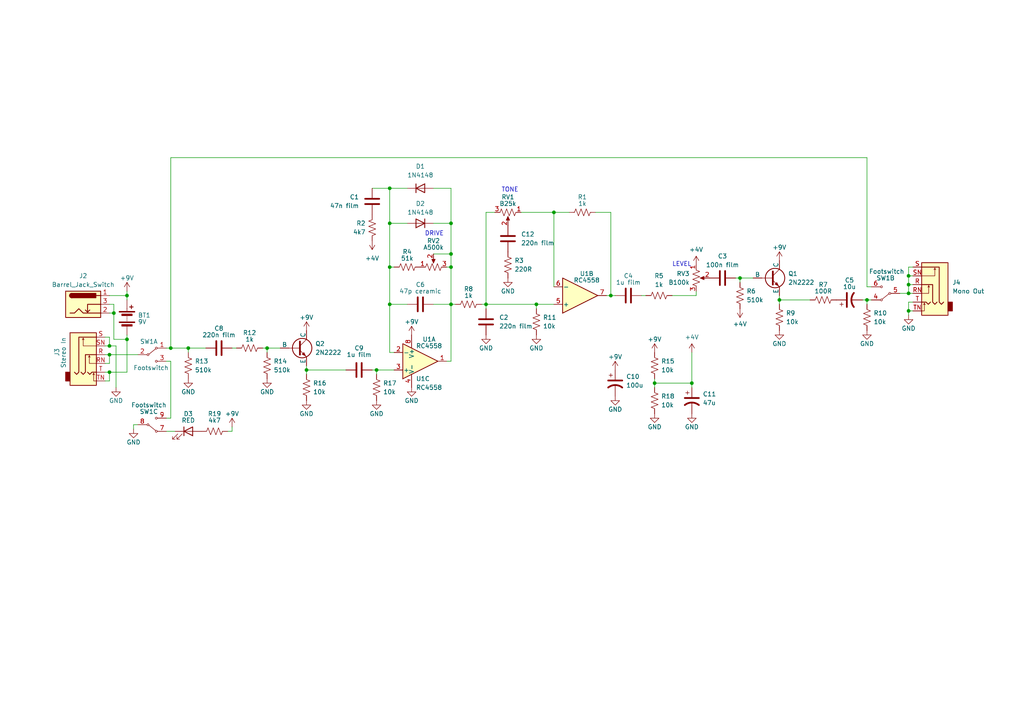
<source format=kicad_sch>
(kicad_sch (version 20230121) (generator eeschema)
  (paper "A4")
  (title_block (title "Overdrive Pedal") (date "2024-01-21") (rev "v1.0") (company "AdriTeixeHax"))
  (lib_symbols
    (symbol "Amplifier_Operational:RC4558" (pin_names (offset 0.127))
      (property "Reference" "U" (at 0 5.08 0))
      (property "Value" "RC4558" (at 0 -5.08 0))
      (symbol "RC4558_1_1"
        (polyline (pts (xy -5.08 5.08) (xy 5.08 0) (xy -5.08 -5.08) (xy -5.08 5.08)) (stroke (width 0.254)) (fill (type background)))
        (pin output line (at 7.62 0 180) (length 2.54) (name "~") (number "1"))
        (pin input line (at -7.62 -2.54 0) (length 2.54) (name "-") (number "2"))
        (pin input line (at -7.62 2.54 0) (length 2.54) (name "+") (number "3"))
      )
      (symbol "RC4558_2_1"
        (polyline (pts (xy -5.08 5.08) (xy 5.08 0) (xy -5.08 -5.08) (xy -5.08 5.08)) (stroke (width 0.254)) (fill (type background)))
        (pin input line (at -7.62 2.54 0) (length 2.54) (name "+") (number "5"))
        (pin input line (at -7.62 -2.54 0) (length 2.54) (name "-") (number "6"))
        (pin output line (at 7.62 0 180) (length 2.54) (name "~") (number "7"))
      )
      (symbol "RC4558_3_1"
        (pin power_in line (at -2.54 -7.62 90) (length 3.81) (name "V-") (number "4"))
        (pin power_in line (at -2.54 7.62 270) (length 3.81) (name "V+") (number "8"))
      )
    )
    (symbol "Connector:Barrel_Jack_Switch" (pin_names hide)
      (property "Reference" "J" (at 0 5.334 0))
      (property "Value" "Barrel_Jack_Switch" (at 0 -5.08 0))
      (symbol "Barrel_Jack_Switch_0_1"
        (rectangle (start -5.08 3.81) (end 5.08 -3.81) (stroke (width 0.254)) (fill (type background)))
        (arc (start -3.302 3.175) (mid -3.9343 2.54) (end -3.302 1.905) (stroke (width 0.254)))
        (arc (start -3.302 3.175) (mid -3.9343 2.54) (end -3.302 1.905) (stroke (width 0.254)) (fill (type outline)))
        (polyline (pts (xy 1.27 -2.286) (xy 1.905 -1.651)) (stroke (width 0.254)))
        (polyline (pts (xy 5.08 2.54) (xy 3.81 2.54)) (stroke (width 0.254)))
        (polyline (pts (xy 5.08 0) (xy 1.27 0) (xy 1.27 -2.286) (xy 0.635 -1.651)) (stroke (width 0.254)))
        (polyline (pts (xy -3.81 -2.54) (xy -2.54 -2.54) (xy -1.27 -1.27) (xy 0 -2.54) (xy 2.54 -2.54) (xy 5.08 -2.54)) (stroke (width 0.254)))
        (rectangle (start 3.683 3.175) (end -3.302 1.905) (stroke (width 0.254)) (fill (type outline)))
      )
      (symbol "Barrel_Jack_Switch_1_1"
        (pin passive line (at 7.62 2.54 180) (length 2.54) (name "~") (number "1"))
        (pin passive line (at 7.62 -2.54 180) (length 2.54) (name "~") (number "2"))
        (pin passive line (at 7.62 0 180) (length 2.54) (name "~") (number "3"))
      )
    )
    (symbol "Connector_Audio:AudioJack3_Switch"
      (property "Reference" "J" (at 0 11.43 0))
      (property "Value" "AudioJack3_Switch" (at 0 8.89 0))
      (symbol "AudioJack3_Switch_0_1"
        (rectangle (start -5.08 -5.08) (end -6.35 -7.62) (stroke (width 0.254)) (fill (type outline)))
        (polyline (pts (xy -1.27 4.826) (xy -1.016 4.318)))
        (polyline (pts (xy 0.508 -0.254) (xy 0.762 -0.762)))
        (polyline (pts (xy 1.778 -5.334) (xy 2.032 -5.842)))
        (polyline (pts (xy 0 -5.08) (xy 0.635 -5.715) (xy 1.27 -5.08) (xy 2.54 -5.08)) (stroke (width 0.254)))
        (polyline (pts (xy 2.54 -7.62) (xy 1.778 -7.62) (xy 1.778 -5.334) (xy 1.524 -5.842)))
        (polyline (pts (xy 2.54 -2.54) (xy 0.508 -2.54) (xy 0.508 -0.254) (xy 0.254 -0.762)))
        (polyline (pts (xy 2.54 2.54) (xy -1.27 2.54) (xy -1.27 4.826) (xy -1.524 4.318)))
        (polyline (pts (xy -1.905 -5.08) (xy -1.27 -5.715) (xy -0.635 -5.08) (xy -0.635 0) (xy 2.54 0)) (stroke (width 0.254)))
        (polyline (pts (xy 2.54 5.08) (xy -2.54 5.08) (xy -2.54 -5.08) (xy -3.175 -5.715) (xy -3.81 -5.08)) (stroke (width 0.254)))
        (rectangle (start 2.54 6.35) (end -5.08 -8.89) (stroke (width 0.254)) (fill (type background)))
      )
      (symbol "AudioJack3_Switch_1_1"
        (pin passive line (at 5.08 0 180) (length 2.54) (name "~") (number "R"))
        (pin passive line (at 5.08 -2.54 180) (length 2.54) (name "~") (number "RN"))
        (pin passive line (at 5.08 5.08 180) (length 2.54) (name "~") (number "S"))
        (pin passive line (at 5.08 2.54 180) (length 2.54) (name "~") (number "SN"))
        (pin passive line (at 5.08 -5.08 180) (length 2.54) (name "~") (number "T"))
        (pin passive line (at 5.08 -7.62 180) (length 2.54) (name "~") (number "TN"))
      )
    )
    (symbol "Device:Battery" (pin_numbers hide) (pin_names (offset 0) hide)
      (property "Reference" "BT" (at 2.54 2.54 0))
      (property "Value" "Battery" (at 2.54 0 0))
      (symbol "Battery_0_1"
        (rectangle (start -2.286 -1.27) (end 2.286 -1.524) (fill (type outline)))
        (rectangle (start -2.286 1.778) (end 2.286 1.524) (fill (type outline)))
        (rectangle (start -1.524 -2.032) (end 1.524 -2.54) (fill (type outline)))
        (rectangle (start -1.524 1.016) (end 1.524 0.508) (fill (type outline)))
        (polyline (pts (xy 0 -1.016) (xy 0 -0.762)))
        (polyline (pts (xy 0 -0.508) (xy 0 -0.254)))
        (polyline (pts (xy 0 0) (xy 0 0.254)))
        (polyline (pts (xy 0 1.778) (xy 0 2.54)))
        (polyline (pts (xy 0.762 3.048) (xy 1.778 3.048)) (stroke (width 0.254)))
        (polyline (pts (xy 1.27 3.556) (xy 1.27 2.54)) (stroke (width 0.254)))
      )
      (symbol "Battery_1_1"
        (pin passive line (at 0 5.08 270) (length 2.54) (name "+") (number "1"))
        (pin passive line (at 0 -5.08 90) (length 2.54) (name "-") (number "2"))
      )
    )
    (symbol "Device:C" (pin_numbers hide) (pin_names (offset 0.254))
      (property "Reference" "C" (at 0.635 2.54 0))
      (property "Value" "C" (at 0.635 -2.54 0))
      (symbol "C_0_1"
        (polyline (pts (xy -2.032 -0.762) (xy 2.032 -0.762)) (stroke (width 0.508)))
        (polyline (pts (xy -2.032 0.762) (xy 2.032 0.762)) (stroke (width 0.508)))
      )
      (symbol "C_1_1"
        (pin passive line (at 0 3.81 270) (length 2.794) (name "~") (number "1"))
        (pin passive line (at 0 -3.81 90) (length 2.794) (name "~") (number "2"))
      )
    )
    (symbol "Device:C_Polarized_US" (pin_numbers hide) (pin_names (offset 0.254) hide)
      (property "Reference" "C" (at 0.635 2.54 0))
      (property "Value" "C_Polarized_US" (at 0.635 -2.54 0))
      (symbol "C_Polarized_US_0_1"
        (polyline (pts (xy -2.032 0.762) (xy 2.032 0.762)) (stroke (width 0.508)))
        (polyline (pts (xy -1.778 2.286) (xy -0.762 2.286)))
        (polyline (pts (xy -1.27 1.778) (xy -1.27 2.794)))
        (arc (start 2.032 -1.27) (mid 0 -0.5572) (end -2.032 -1.27) (stroke (width 0.508)))
      )
      (symbol "C_Polarized_US_1_1"
        (pin passive line (at 0 3.81 270) (length 2.794) (name "~") (number "1"))
        (pin passive line (at 0 -3.81 90) (length 3.302) (name "~") (number "2"))
      )
    )
    (symbol "Device:D" (pin_numbers hide) (pin_names (offset 1.016) hide)
      (property "Reference" "D" (at 0 2.54 0))
      (property "Value" "D" (at 0 -2.54 0))
      (symbol "D_0_1"
        (polyline (pts (xy -1.27 1.27) (xy -1.27 -1.27)) (stroke (width 0.254)))
        (polyline (pts (xy 1.27 0) (xy -1.27 0)))
        (polyline (pts (xy 1.27 1.27) (xy 1.27 -1.27) (xy -1.27 0) (xy 1.27 1.27)) (stroke (width 0.254)))
      )
      (symbol "D_1_1"
        (pin passive line (at -3.81 0 0) (length 2.54) (name "K") (number "1"))
        (pin passive line (at 3.81 0 180) (length 2.54) (name "A") (number "2"))
      )
    )
    (symbol "Device:LED" (pin_numbers hide) (pin_names (offset 1.016) hide)
      (property "Reference" "D" (at 0 2.54 0))
      (property "Value" "LED" (at 0 -2.54 0))
      (symbol "LED_0_1"
        (polyline (pts (xy -1.27 -1.27) (xy -1.27 1.27)) (stroke (width 0.254)))
        (polyline (pts (xy -1.27 0) (xy 1.27 0)))
        (polyline (pts (xy 1.27 -1.27) (xy 1.27 1.27) (xy -1.27 0) (xy 1.27 -1.27)) (stroke (width 0.254)))
        (polyline (pts (xy -3.048 -0.762) (xy -4.572 -2.286) (xy -3.81 -2.286) (xy -4.572 -2.286) (xy -4.572 -1.524)))
        (polyline (pts (xy -1.778 -0.762) (xy -3.302 -2.286) (xy -2.54 -2.286) (xy -3.302 -2.286) (xy -3.302 -1.524)))
      )
      (symbol "LED_1_1"
        (pin passive line (at -3.81 0 0) (length 2.54) (name "K") (number "1"))
        (pin passive line (at 3.81 0 180) (length 2.54) (name "A") (number "2"))
      )
    )
    (symbol "Device:R_Potentiometer_US" (pin_names (offset 1.016) hide)
      (property "Reference" "RV" (at -4.445 0 90))
      (property "Value" "R_Potentiometer_US" (at -2.54 0 90))
      (symbol "R_Potentiometer_US_0_1"
        (polyline (pts (xy 0 -2.286) (xy 0 -2.54)))
        (polyline (pts (xy 0 2.54) (xy 0 2.286)))
        (polyline (pts (xy 2.54 0) (xy 1.524 0)))
        (polyline (pts (xy 1.143 0) (xy 2.286 0.508) (xy 2.286 -0.508) (xy 1.143 0)) (fill (type outline)))
        (polyline (pts (xy 0 -0.762) (xy 1.016 -1.143) (xy 0 -1.524) (xy -1.016 -1.905) (xy 0 -2.286)))
        (polyline (pts (xy 0 0.762) (xy 1.016 0.381) (xy 0 0) (xy -1.016 -0.381) (xy 0 -0.762)))
        (polyline (pts (xy 0 2.286) (xy 1.016 1.905) (xy 0 1.524) (xy -1.016 1.143) (xy 0 0.762)))
      )
      (symbol "R_Potentiometer_US_1_1"
        (pin passive line (at 0 3.81 270) (length 1.27) (name "1") (number "1"))
        (pin passive line (at 3.81 0 180) (length 1.27) (name "2") (number "2"))
        (pin passive line (at 0 -3.81 90) (length 1.27) (name "3") (number "3"))
      )
    )
    (symbol "Device:R_US" (pin_numbers hide) (pin_names (offset 0))
      (property "Reference" "R" (at 2.54 0 90))
      (property "Value" "R_US" (at -2.54 0 90))
      (symbol "R_US_0_1"
        (polyline (pts (xy 0 -2.286) (xy 0 -2.54)))
        (polyline (pts (xy 0 2.286) (xy 0 2.54)))
        (polyline (pts (xy 0 -0.762) (xy 1.016 -1.143) (xy 0 -1.524) (xy -1.016 -1.905) (xy 0 -2.286)))
        (polyline (pts (xy 0 0.762) (xy 1.016 0.381) (xy 0 0) (xy -1.016 -0.381) (xy 0 -0.762)))
        (polyline (pts (xy 0 2.286) (xy 1.016 1.905) (xy 0 1.524) (xy -1.016 1.143) (xy 0 0.762)))
      )
      (symbol "R_US_1_1"
        (pin passive line (at 0 3.81 270) (length 1.27) (name "~") (number "1"))
        (pin passive line (at 0 -3.81 90) (length 1.27) (name "~") (number "2"))
      )
    )
    (symbol "Overdrive:3PDT-ind"
      (property "Reference" "SW" (at 0 0 0))
      (symbol "3PDT-ind_0_1"
        (circle (center -1.524 -4.445) (radius 0.284))
        (polyline (pts (xy -1.27 -4.318) (xy 0.635 -2.794)))
        (circle (center 0.889 -6.35) (radius 0.284))
        (circle (center 0.889 -2.54) (radius 0.284))
      )
      (symbol "3PDT-ind_1_1"
        (pin input line (at 3.81 -2.54 180) (length 2.54) (name "") (number "1"))
        (pin input line (at -4.445 -4.445 0) (length 2.54) (name "") (number "2"))
        (pin input line (at 3.81 -6.35 180) (length 2.54) (name "") (number "3"))
      )
      (symbol "3PDT-ind_2_1"
        (pin input line (at 3.81 -2.54 180) (length 2.54) (name "") (number "4"))
        (pin input line (at -4.445 -4.445 0) (length 2.54) (name "") (number "5"))
        (pin input line (at 3.81 -6.35 180) (length 2.54) (name "") (number "6"))
      )
      (symbol "3PDT-ind_3_1"
        (pin input line (at 3.81 -2.54 180) (length 2.54) (name "") (number "7"))
        (pin input line (at -4.445 -4.445 0) (length 2.54) (name "") (number "8"))
        (pin input line (at 3.81 -6.35 180) (length 2.54) (name "") (number "9"))
      )
    )
    (symbol "Simulation_SPICE:NPN" (pin_numbers hide) (pin_names (offset 0))
      (property "Reference" "Q" (at -2.54 7.62 0))
      (property "Value" "NPN" (at -2.54 5.08 0))
      (symbol "NPN_0_1"
        (polyline (pts (xy -2.54 0) (xy 0.635 0)) (stroke (width 0.1524)))
        (polyline (pts (xy 0.635 0.635) (xy 2.54 2.54)))
        (polyline (pts (xy 2.794 -1.27) (xy 2.794 -1.27)) (stroke (width 0.1524)))
        (polyline (pts (xy 2.794 -1.27) (xy 2.794 -1.27)) (stroke (width 0.1524)))
        (polyline (pts (xy 0.635 -0.635) (xy 2.54 -2.54) (xy 2.54 -2.54)))
        (polyline (pts (xy 0.635 1.905) (xy 0.635 -1.905) (xy 0.635 -1.905)) (stroke (width 0.508)))
        (polyline (pts (xy 1.27 -1.778) (xy 1.778 -1.27) (xy 2.286 -2.286) (xy 1.27 -1.778) (xy 1.27 -1.778)) (fill (type outline)))
        (circle (center 1.27 0) (radius 2.8194) (stroke (width 0.254)))
      )
      (symbol "NPN_1_1"
        (pin open_collector line (at 2.54 5.08 270) (length 2.54) (name "C") (number "1"))
        (pin input line (at -5.08 0 0) (length 2.54) (name "B") (number "2"))
        (pin open_emitter line (at 2.54 -5.08 90) (length 2.54) (name "E") (number "3"))
      )
    )
    (symbol "power:+4V" (power) (pin_names (offset 0))
      (property "Value" "+4V" (at 0 3.556 0))
      (symbol "+4V_0_1"
        (polyline (pts (xy -0.762 1.27) (xy 0 2.54)))
        (polyline (pts (xy 0 0) (xy 0 2.54)))
        (polyline (pts (xy 0 2.54) (xy 0.762 1.27)))
      )
      (symbol "+4V_1_1"
        (pin power_in line (at 0 0 90) (length 0) hide (name "+4V") (number "1"))
      )
    )
    (symbol "power:+9V" (power) (pin_names (offset 0))
      (property "Value" "+9V" (at 0 3.556 0))
      (symbol "+9V_0_1"
        (polyline (pts (xy -0.762 1.27) (xy 0 2.54)))
        (polyline (pts (xy 0 0) (xy 0 2.54)))
        (polyline (pts (xy 0 2.54) (xy 0.762 1.27)))
      )
      (symbol "+9V_1_1"
        (pin power_in line (at 0 0 90) (length 0) hide (name "+9V") (number "1"))
      )
    )
    (symbol "power:GND" (power) (pin_names (offset 0))
      (property "Value" "GND" (at 0 -3.81 0))
      (symbol "GND_0_1"
        (polyline (pts (xy 0 0) (xy 0 -1.27) (xy 1.27 -1.27) (xy 0 -2.54) (xy -1.27 -1.27) (xy 0 -1.27)))
      )
      (symbol "GND_1_1"
        (pin power_in line (at 0 0 270) (length 0) hide (name "GND") (number "1"))
      )
    )
  )
  (junction (at 88.9 107.315))
  (junction (at 33.02 90.805))
  (junction (at 263.525 82.55))
  (junction (at 130.81 73.66))
  (junction (at 130.81 88.265))
  (junction (at 77.47 100.965))
  (junction (at 49.53 100.965))
  (junction (at 31.75 102.87))
  (junction (at 263.525 80.01))
  (junction (at 155.575 88.265))
  (junction (at 200.66 111.125))
  (junction (at 130.81 77.47))
  (junction (at 113.03 88.265))
  (junction (at 214.63 80.645))
  (junction (at 36.83 85.725))
  (junction (at 36.83 98.425))
  (junction (at 130.81 64.77))
  (junction (at 54.61 100.965))
  (junction (at 31.75 107.95))
  (junction (at 113.03 77.47))
  (junction (at 189.865 111.125))
  (junction (at 177.165 85.725))
  (junction (at 140.97 88.265))
  (junction (at 263.525 90.17))
  (junction (at 113.03 54.61))
  (junction (at 113.03 64.77))
  (junction (at 226.06 86.995))
  (junction (at 31.75 100.33))
  (junction (at 263.525 85.09))
  (junction (at 251.46 86.995))
  (junction (at 109.22 107.315))
  (junction (at 160.655 61.595))
  (wire (pts (xy 251.46 83.185) (xy 252.73 83.185)))
  (wire (pts (xy 77.47 100.965) (xy 77.47 102.235)))
  (wire (pts (xy 200.66 111.125) (xy 189.865 111.125)))
  (wire (pts (xy 30.48 110.49) (xy 31.75 110.49)))
  (wire (pts (xy 113.03 54.61) (xy 113.03 64.77)))
  (wire (pts (xy 263.525 77.47) (xy 263.525 80.01)))
  (wire (pts (xy 251.46 86.995) (xy 251.46 88.265)))
  (wire (pts (xy 201.93 84.455) (xy 201.93 85.725)))
  (wire (pts (xy 143.51 61.595) (xy 140.97 61.595)))
  (wire (pts (xy 263.525 91.44) (xy 263.525 90.17)))
  (wire (pts (xy 132.08 88.265) (xy 130.81 88.265)))
  (wire (pts (xy 251.46 45.72) (xy 49.53 45.72)))
  (wire (pts (xy 118.11 54.61) (xy 113.03 54.61)))
  (wire (pts (xy 130.81 88.265) (xy 130.81 104.775)))
  (wire (pts (xy 260.985 85.09) (xy 263.525 85.09)))
  (wire (pts (xy 140.97 88.265) (xy 140.97 89.535)))
  (wire (pts (xy 31.75 100.33) (xy 33.655 100.33)))
  (wire (pts (xy 33.02 98.425) (xy 36.83 98.425)))
  (wire (pts (xy 48.26 100.965) (xy 49.53 100.965)))
  (wire (pts (xy 33.02 90.805) (xy 33.02 98.425)))
  (wire (pts (xy 30.48 97.79) (xy 31.75 97.79)))
  (wire (pts (xy 130.81 73.66) (xy 130.81 64.77)))
  (wire (pts (xy 67.31 125.095) (xy 66.04 125.095)))
  (wire (pts (xy 129.54 104.775) (xy 130.81 104.775)))
  (wire (pts (xy 177.165 61.595) (xy 177.165 85.725)))
  (wire (pts (xy 130.81 88.265) (xy 130.81 77.47)))
  (wire (pts (xy 200.66 112.395) (xy 200.66 111.125)))
  (wire (pts (xy 155.575 89.535) (xy 155.575 88.265)))
  (wire (pts (xy 30.48 107.95) (xy 31.75 107.95)))
  (wire (pts (xy 31.75 102.87) (xy 40.005 102.87)))
  (wire (pts (xy 140.97 61.595) (xy 140.97 88.265)))
  (wire (pts (xy 50.8 125.095) (xy 48.26 125.095)))
  (wire (pts (xy 33.02 88.265) (xy 31.75 88.265)))
  (wire (pts (xy 88.9 107.315) (xy 88.9 106.045)))
  (wire (pts (xy 88.9 108.585) (xy 88.9 107.315)))
  (wire (pts (xy 113.03 102.235) (xy 113.03 88.265)))
  (wire (pts (xy 263.525 90.17) (xy 263.525 87.63)))
  (wire (pts (xy 130.81 64.77) (xy 130.81 54.61)))
  (wire (pts (xy 226.06 85.725) (xy 226.06 86.995)))
  (wire (pts (xy 130.81 77.47) (xy 129.54 77.47)))
  (wire (pts (xy 36.83 84.455) (xy 36.83 85.725)))
  (wire (pts (xy 155.575 88.265) (xy 140.97 88.265)))
  (wire (pts (xy 201.93 85.725) (xy 194.945 85.725)))
  (wire (pts (xy 125.73 73.66) (xy 130.81 73.66)))
  (wire (pts (xy 177.165 85.725) (xy 178.435 85.725)))
  (wire (pts (xy 31.75 107.95) (xy 36.83 107.95)))
  (wire (pts (xy 31.75 85.725) (xy 36.83 85.725)))
  (wire (pts (xy 160.655 61.595) (xy 160.655 83.185)))
  (wire (pts (xy 109.22 107.315) (xy 109.22 108.585)))
  (wire (pts (xy 54.61 102.235) (xy 54.61 100.965)))
  (wire (pts (xy 189.865 111.125) (xy 189.865 112.395)))
  (wire (pts (xy 200.66 102.235) (xy 200.66 111.125)))
  (wire (pts (xy 125.73 88.265) (xy 130.81 88.265)))
  (wire (pts (xy 263.525 82.55) (xy 263.525 85.09)))
  (wire (pts (xy 30.48 102.87) (xy 31.75 102.87)))
  (wire (pts (xy 130.81 54.61) (xy 125.73 54.61)))
  (wire (pts (xy 33.02 90.805) (xy 31.75 90.805)))
  (wire (pts (xy 30.48 105.41) (xy 31.75 105.41)))
  (wire (pts (xy 113.03 88.265) (xy 113.03 77.47)))
  (wire (pts (xy 263.525 90.17) (xy 264.795 90.17)))
  (wire (pts (xy 36.83 107.95) (xy 36.83 98.425)))
  (wire (pts (xy 226.06 86.995) (xy 226.06 88.265)))
  (wire (pts (xy 263.525 80.01) (xy 263.525 82.55)))
  (wire (pts (xy 113.03 102.235) (xy 114.3 102.235)))
  (wire (pts (xy 213.36 80.645) (xy 214.63 80.645)))
  (wire (pts (xy 109.22 107.315) (xy 114.3 107.315)))
  (wire (pts (xy 263.525 80.01) (xy 264.795 80.01)))
  (wire (pts (xy 264.795 87.63) (xy 263.525 87.63)))
  (wire (pts (xy 251.46 83.185) (xy 251.46 45.72)))
  (wire (pts (xy 186.055 85.725) (xy 187.325 85.725)))
  (wire (pts (xy 33.655 100.33) (xy 33.655 112.395)))
  (wire (pts (xy 76.2 100.965) (xy 77.47 100.965)))
  (wire (pts (xy 251.46 86.995) (xy 252.73 86.995)))
  (wire (pts (xy 88.9 107.315) (xy 100.33 107.315)))
  (wire (pts (xy 38.735 123.19) (xy 38.735 124.46)))
  (wire (pts (xy 226.06 86.995) (xy 234.95 86.995)))
  (wire (pts (xy 49.53 100.965) (xy 54.61 100.965)))
  (wire (pts (xy 177.165 85.725) (xy 175.895 85.725)))
  (wire (pts (xy 250.19 86.995) (xy 251.46 86.995)))
  (wire (pts (xy 31.75 97.79) (xy 31.75 100.33)))
  (wire (pts (xy 49.53 45.72) (xy 49.53 100.965)))
  (wire (pts (xy 49.53 121.285) (xy 48.26 121.285)))
  (wire (pts (xy 264.795 82.55) (xy 263.525 82.55)))
  (wire (pts (xy 155.575 88.265) (xy 160.655 88.265)))
  (wire (pts (xy 264.795 77.47) (xy 263.525 77.47)))
  (wire (pts (xy 113.03 77.47) (xy 114.3 77.47)))
  (wire (pts (xy 54.61 100.965) (xy 59.69 100.965)))
  (wire (pts (xy 36.83 85.725) (xy 36.83 86.995)))
  (wire (pts (xy 77.47 100.965) (xy 81.28 100.965)))
  (wire (pts (xy 33.02 88.265) (xy 33.02 90.805)))
  (wire (pts (xy 67.31 100.965) (xy 68.58 100.965)))
  (wire (pts (xy 113.03 64.77) (xy 113.03 77.47)))
  (wire (pts (xy 130.81 73.66) (xy 130.81 77.47)))
  (wire (pts (xy 31.75 110.49) (xy 31.75 107.95)))
  (wire (pts (xy 263.525 85.09) (xy 264.795 85.09)))
  (wire (pts (xy 151.13 61.595) (xy 160.655 61.595)))
  (wire (pts (xy 189.865 109.855) (xy 189.865 111.125)))
  (wire (pts (xy 49.53 104.775) (xy 48.26 104.775)))
  (wire (pts (xy 118.11 64.77) (xy 113.03 64.77)))
  (wire (pts (xy 40.005 123.19) (xy 38.735 123.19)))
  (wire (pts (xy 139.7 88.265) (xy 140.97 88.265)))
  (wire (pts (xy 36.83 97.155) (xy 36.83 98.425)))
  (wire (pts (xy 49.53 104.775) (xy 49.53 121.285)))
  (wire (pts (xy 107.95 54.61) (xy 113.03 54.61)))
  (wire (pts (xy 214.63 80.645) (xy 218.44 80.645)))
  (wire (pts (xy 107.95 107.315) (xy 109.22 107.315)))
  (wire (pts (xy 125.73 64.77) (xy 130.81 64.77)))
  (wire (pts (xy 172.72 61.595) (xy 177.165 61.595)))
  (wire (pts (xy 160.655 61.595) (xy 165.1 61.595)))
  (wire (pts (xy 30.48 100.33) (xy 31.75 100.33)))
  (wire (pts (xy 214.63 80.645) (xy 214.63 81.915)))
  (wire (pts (xy 67.31 123.825) (xy 67.31 125.095)))
  (wire (pts (xy 118.11 88.265) (xy 113.03 88.265)))
  (wire (pts (xy 31.75 105.41) (xy 31.75 102.87)))
  (text "TONE" (at 145.415 55.88 0) (effects (font (size 1.27 1.27)) (justify left bottom)))
  (text "DRIVE" (at 123.19 68.58 0) (effects (font (size 1.27 1.27)) (justify left bottom)))
  (text "LEVEL\n" (at 194.945 77.47 0) (effects (font (size 1.27 1.27)) (justify left bottom)))
  (symbol (lib_id "Device:R_US") (at 226.06 92.075 0) (unit 1)
    (property "Reference" "R9" (at 227.965 90.8049 0) (effects (justify left)))
    (property "Value" "10k" (at 227.965 93.3449 0) (effects (justify left)))
    (property "Footprint" "Resistor_THT:R_Axial_DIN0309_L9.0mm_D3.2mm_P12.70mm_Horizontal" (effects hide))
  )
  (symbol (lib_id "power:+9V") (at 88.9 95.885 0) (unit 1)
    (property "Reference" "#PWR05" (effects hide))
    (property "Value" "+9V" (at 88.9 92.075 0))
  )
  (symbol (lib_id "power:+9V") (at 36.83 84.455 0) (unit 1)
    (property "Reference" "#PWR03" (effects hide))
    (property "Value" "+9V" (at 36.83 80.645 0))
  )
  (symbol (lib_id "Device:C") (at 209.55 80.645 90) (unit 1)
    (property "Reference" "C3" (at 209.55 74.295 90))
    (property "Value" "100n film" (at 209.55 76.835 90))
    (property "Footprint" "Capacitor_THT:C_Rect_L7.0mm_W2.0mm_P5.00mm" (effects hide))
  )
  (symbol (lib_id "power:+4V") (at 214.63 89.535 180) (unit 1)
    (property "Reference" "#PWR027" (effects hide))
    (property "Value" "+4V" (at 214.63 93.98 0))
  )
  (symbol (lib_id "Overdrive:3PDT-ind") (at 44.45 98.425 0) (unit 1)
    (property "Reference" "SW1" (at 43.18 99.06 0))
    (property "Value" "Footswitch" (at 43.815 106.68 0))
    (property "Footprint" "Switches:Footswitch" (effects hide))
  )
  (symbol (lib_id "Device:C_Polarized_US") (at 246.38 86.995 90) (unit 1)
    (property "Reference" "C5" (at 246.38 81.28 90))
    (property "Value" "10u" (at 246.38 83.185 90))
    (property "Footprint" "Capacitor_THT:CP_Radial_D6.3mm_P2.50mm" (effects hide))
  )
  (symbol (lib_id "Device:R_US") (at 251.46 92.075 0) (unit 1)
    (property "Reference" "R10" (at 253.365 90.8049 0) (effects (justify left)))
    (property "Value" "10k" (at 253.365 93.3449 0) (effects (justify left)))
    (property "Footprint" "Resistor_THT:R_Axial_DIN0309_L9.0mm_D3.2mm_P12.70mm_Horizontal" (effects hide))
  )
  (symbol (lib_id "Device:C") (at 104.14 107.315 90) (unit 1)
    (property "Reference" "C9" (at 104.14 100.965 90))
    (property "Value" "1u film" (at 104.14 102.87 90))
    (property "Footprint" "Capacitor_THT:C_Rect_L7.0mm_W2.0mm_P5.00mm" (effects hide))
  )
  (symbol (lib_id "Device:LED") (at 54.61 125.095 0) (unit 1)
    (property "Reference" "D3" (at 54.61 120.015 0))
    (property "Value" "RED" (at 54.61 121.92 0))
    (property "Footprint" "LED_THT:LED_D3.0mm" (effects hide))
  )
  (symbol (lib_id "power:GND") (at 88.9 116.205 0) (unit 1)
    (property "Reference" "#PWR018" (effects hide))
    (property "Value" "GND" (at 88.9 120.015 0))
  )
  (symbol (lib_id "power:GND") (at 189.865 120.015 0) (unit 1)
    (property "Reference" "#PWR020" (effects hide))
    (property "Value" "GND" (at 189.865 123.825 0))
  )
  (symbol (lib_id "Device:D") (at 121.92 54.61 0) (unit 1)
    (property "Reference" "D1" (at 121.92 48.26 0))
    (property "Value" "1N4148" (at 121.92 50.8 0))
    (property "Footprint" "Diode_THT:D_DO-35_SOD27_P10.16mm_Horizontal" (effects hide))
    (property "Sim.Device" "D" (effects hide))
    (property "Sim.Pins" "1=K 2=A" (effects hide))
  )
  (symbol (lib_id "Device:C") (at 182.245 85.725 90) (unit 1)
    (property "Reference" "C4" (at 182.245 80.01 90))
    (property "Value" "1u film" (at 182.245 81.915 90))
    (property "Footprint" "Capacitor_THT:C_Rect_L7.0mm_W2.0mm_P5.00mm" (effects hide))
  )
  (symbol (lib_id "power:GND") (at 77.47 109.855 0) (unit 1)
    (property "Reference" "#PWR015" (effects hide))
    (property "Value" "GND" (at 77.47 113.665 0))
  )
  (symbol (lib_id "power:GND") (at 178.435 114.935 0) (unit 1)
    (property "Reference" "#PWR017" (effects hide))
    (property "Value" "GND" (at 178.435 118.745 0))
  )
  (symbol (lib_id "Device:C_Polarized_US") (at 200.66 116.205 0) (unit 1)
    (property "Reference" "C11" (at 203.835 114.2999 0) (effects (justify left)))
    (property "Value" "47u" (at 203.835 116.8399 0) (effects (justify left)))
    (property "Footprint" "Capacitor_THT:CP_Radial_D6.3mm_P2.50mm" (effects hide))
  )
  (symbol (lib_id "Device:R_US") (at 118.11 77.47 90) (unit 1)
    (property "Reference" "R4" (at 118.11 73.025 90))
    (property "Value" "51k" (at 118.11 74.93 90))
    (property "Footprint" "Resistor_THT:R_Axial_DIN0309_L9.0mm_D3.2mm_P12.70mm_Horizontal" (effects hide))
  )
  (symbol (lib_id "power:+4V") (at 107.95 69.85 180) (unit 1)
    (property "Reference" "#PWR025" (effects hide))
    (property "Value" "+4V" (at 107.95 74.93 0))
  )
  (symbol (lib_id "Device:R_Potentiometer_US") (at 125.73 77.47 90) (unit 1)
    (property "Reference" "RV2" (at 125.73 69.85 90))
    (property "Value" "A500k" (at 125.73 71.755 90))
    (property "Footprint" "Connector_PinHeader_2.54mm:PinHeader_1x03_P2.54mm_Vertical" (effects hide))
  )
  (symbol (lib_id "Simulation_SPICE:NPN") (at 223.52 80.645 0) (unit 1)
    (property "Reference" "Q1" (at 228.6 79.3749 0) (effects (justify left)))
    (property "Value" "2N2222" (at 228.6 81.9149 0) (effects (justify left)))
    (property "Footprint" "Package_TO_SOT_THT:TO-92_Inline" (effects hide))
    (property "Sim.Device" "NPN" (effects hide))
    (property "Sim.Type" "GUMMELPOON" (effects hide))
    (property "Sim.Pins" "1=C 2=B 3=E" (effects hide))
  )
  (symbol (lib_id "power:GND") (at 109.22 116.205 0) (unit 1)
    (property "Reference" "#PWR019" (effects hide))
    (property "Value" "GND" (at 109.22 120.015 0))
  )
  (symbol (lib_id "power:GND") (at 251.46 95.885 0) (unit 1)
    (property "Reference" "#PWR07" (effects hide))
    (property "Value" "GND" (at 251.46 99.695 0))
  )
  (symbol (lib_id "Device:R_US") (at 109.22 112.395 0) (unit 1)
    (property "Reference" "R17" (at 111.125 111.1249 0) (effects (justify left)))
    (property "Value" "10k" (at 111.125 113.6649 0) (effects (justify left)))
    (property "Footprint" "Resistor_THT:R_Axial_DIN0309_L9.0mm_D3.2mm_P12.70mm_Horizontal" (effects hide))
  )
  (symbol (lib_id "Device:R_US") (at 189.865 116.205 0) (unit 1)
    (property "Reference" "R18" (at 191.77 114.9349 0) (effects (justify left)))
    (property "Value" "10k" (at 191.77 117.4749 0) (effects (justify left)))
    (property "Footprint" "Resistor_THT:R_Axial_DIN0309_L9.0mm_D3.2mm_P12.70mm_Horizontal" (effects hide))
  )
  (symbol (lib_id "Device:R_US") (at 189.865 106.045 0) (unit 1)
    (property "Reference" "R15" (at 191.77 104.7749 0) (effects (justify left)))
    (property "Value" "10k" (at 191.77 107.3149 0) (effects (justify left)))
    (property "Footprint" "Resistor_THT:R_Axial_DIN0309_L9.0mm_D3.2mm_P12.70mm_Horizontal" (effects hide))
  )
  (symbol (lib_id "Connector:Barrel_Jack_Switch") (at 24.13 88.265 0) (unit 1)
    (property "Reference" "J2" (at 24.13 80.01 0))
    (property "Value" "Barrel_Jack_Switch" (at 24.13 82.55 0))
    (property "Footprint" "Connector_BarrelJack:BarrelJack_Horizontal" (effects hide))
  )
  (symbol (lib_id "Device:R_Potentiometer_US") (at 147.32 61.595 270) (unit 1)
    (property "Reference" "RV1" (at 147.32 57.15 90))
    (property "Value" "B25k" (at 147.32 59.055 90))
    (property "Footprint" "Connector_PinHeader_2.54mm:PinHeader_1x03_P2.54mm_Vertical" (effects hide))
  )
  (symbol (lib_id "power:GND") (at 263.525 91.44 0) (unit 1)
    (property "Reference" "#PWR04" (effects hide))
    (property "Value" "GND" (at 263.525 95.25 0))
  )
  (symbol (lib_id "Device:R_US") (at 54.61 106.045 0) (unit 1)
    (property "Reference" "R13" (at 56.515 104.7749 0) (effects (justify left)))
    (property "Value" "510k" (at 56.515 107.3149 0) (effects (justify left)))
    (property "Footprint" "Resistor_THT:R_Axial_DIN0309_L9.0mm_D3.2mm_P12.70mm_Horizontal" (effects hide))
  )
  (symbol (lib_id "Device:R_US") (at 77.47 106.045 0) (unit 1)
    (property "Reference" "R14" (at 79.375 104.7749 0) (effects (justify left)))
    (property "Value" "510k" (at 79.375 107.3149 0) (effects (justify left)))
    (property "Footprint" "Resistor_THT:R_Axial_DIN0309_L9.0mm_D3.2mm_P12.70mm_Horizontal" (effects hide))
  )
  (symbol (lib_id "Device:R_US") (at 135.89 88.265 90) (unit 1)
    (property "Reference" "R8" (at 135.89 83.82 90))
    (property "Value" "1k" (at 135.89 85.725 90))
    (property "Footprint" "Resistor_THT:R_Axial_DIN0309_L9.0mm_D3.2mm_P12.70mm_Horizontal" (effects hide))
  )
  (symbol (lib_id "power:GND") (at 226.06 95.885 0) (unit 1)
    (property "Reference" "#PWR06" (effects hide))
    (property "Value" "GND" (at 226.06 99.695 0))
  )
  (symbol (lib_id "Amplifier_Operational:RC4558") (at 121.92 104.775 0) (mirror x) (unit 1)
    (property "Reference" "U1" (at 124.46 98.425 0))
    (property "Value" "RC4558" (at 124.46 100.33 0))
    (property "Footprint" "Package_DIP:DIP-8_W7.62mm_Socket" (effects hide))
    (property "Datasheet" "http://www.ti.com/lit/ds/symlink/rc4558.pdf" (effects hide))
  )
  (symbol (lib_id "Device:R_US") (at 155.575 93.345 0) (unit 1)
    (property "Reference" "R11" (at 157.48 92.0749 0) (effects (justify left)))
    (property "Value" "10k" (at 157.48 94.6149 0) (effects (justify left)))
    (property "Footprint" "Resistor_THT:R_Axial_DIN0309_L9.0mm_D3.2mm_P12.70mm_Horizontal" (effects hide))
  )
  (symbol (lib_id "power:+9V") (at 67.31 123.825 0) (unit 1)
    (property "Reference" "#PWR022" (effects hide))
    (property "Value" "+9V" (at 67.31 120.015 0))
  )
  (symbol (lib_id "Connector_Audio:AudioJack3_Switch") (at 269.875 82.55 0) (mirror y) (unit 1)
    (property "Reference" "J4" (at 276.225 81.915 0) (effects (justify right)))
    (property "Value" "Mono Out" (at 276.225 84.455 0) (effects (justify right)))
    (property "Footprint" "Connector_Audio:Jack_6.35mm_Neutrik_NRJ6HM-1-AU_Horizontal" (effects hide))
  )
  (symbol (lib_id "Device:C") (at 147.32 69.215 0) (unit 1)
    (property "Reference" "C12" (at 151.13 67.9449 0) (effects (justify left)))
    (property "Value" "220n film" (at 151.13 70.4849 0) (effects (justify left)))
    (property "Footprint" "Capacitor_THT:C_Rect_L7.0mm_W2.0mm_P5.00mm" (effects hide))
  )
  (symbol (lib_id "Device:R_Potentiometer_US") (at 201.93 80.645 0) (unit 1)
    (property "Reference" "RV3" (at 200.025 79.3749 0) (effects (justify right)))
    (property "Value" "B100k" (at 200.025 81.9149 0) (effects (justify right)))
    (property "Footprint" "Connector_PinHeader_2.54mm:PinHeader_1x03_P2.54mm_Vertical" (effects hide))
  )
  (symbol (lib_id "Device:R_US") (at 62.23 125.095 90) (unit 1)
    (property "Reference" "R19" (at 62.23 120.015 90))
    (property "Value" "4k7" (at 62.23 121.92 90))
    (property "Footprint" "Resistor_THT:R_Axial_DIN0309_L9.0mm_D3.2mm_P12.70mm_Horizontal" (effects hide))
  )
  (symbol (lib_id "Amplifier_Operational:RC4558") (at 168.275 85.725 0) (mirror x) (unit 2)
    (property "Reference" "U1" (at 170.18 79.375 0))
    (property "Value" "RC4558" (at 170.18 81.28 0))
    (property "Footprint" "Package_DIP:DIP-8_W7.62mm_Socket" (effects hide))
    (property "Datasheet" "http://www.ti.com/lit/ds/symlink/rc4558.pdf" (effects hide))
  )
  (symbol (lib_id "power:GND") (at 119.38 112.395 0) (unit 1)
    (property "Reference" "#PWR016" (effects hide))
    (property "Value" "GND" (at 119.38 116.205 0))
  )
  (symbol (lib_id "power:+9V") (at 119.38 97.155 0) (unit 1)
    (property "Reference" "#PWR08" (effects hide))
    (property "Value" "+9V" (at 119.38 93.345 0))
  )
  (symbol (lib_id "Simulation_SPICE:NPN") (at 86.36 100.965 0) (unit 1)
    (property "Reference" "Q2" (at 91.44 99.6949 0) (effects (justify left)))
    (property "Value" "2N2222" (at 91.44 102.2349 0) (effects (justify left)))
    (property "Footprint" "Package_TO_SOT_THT:TO-92_Inline" (effects hide))
    (property "Sim.Device" "NPN" (effects hide))
    (property "Sim.Type" "GUMMELPOON" (effects hide))
    (property "Sim.Pins" "1=C 2=B 3=E" (effects hide))
  )
  (symbol (lib_id "Overdrive:3PDT-ind") (at 256.54 89.535 180) (unit 2)
    (property "Reference" "SW1" (at 256.8575 80.645 0))
    (property "Value" "Footswitch" (at 257.175 78.74 0))
    (property "Footprint" "Switches:Footswitch" (effects hide))
  )
  (symbol (lib_id "Device:C") (at 140.97 93.345 0) (unit 1)
    (property "Reference" "C2" (at 144.78 92.0749 0) (effects (justify left)))
    (property "Value" "220n film" (at 144.78 94.6149 0) (effects (justify left)))
    (property "Footprint" "Capacitor_THT:C_Rect_L7.0mm_W2.0mm_P5.00mm" (effects hide))
  )
  (symbol (lib_id "power:GND") (at 38.735 124.46 0) (unit 1)
    (property "Reference" "#PWR023" (effects hide))
    (property "Value" "GND" (at 38.735 128.27 0))
  )
  (symbol (lib_id "Overdrive:3PDT-ind") (at 44.45 127.635 0) (mirror x) (unit 3)
    (property "Reference" "SW1" (at 43.18 119.38 0))
    (property "Value" "Footswitch" (at 43.18 117.475 0))
    (property "Footprint" "Switches:Footswitch" (effects hide))
  )
  (symbol (lib_id "Device:C") (at 121.92 88.265 90) (unit 1)
    (property "Reference" "C6" (at 121.92 82.55 90))
    (property "Value" "47p ceramic" (at 121.92 84.455 90))
    (property "Footprint" "Capacitor_THT:C_Disc_D5.0mm_W2.5mm_P5.00mm" (effects hide))
  )
  (symbol (lib_id "Device:R_US") (at 147.32 76.835 0) (unit 1)
    (property "Reference" "R3" (at 149.225 75.5649 0) (effects (justify left)))
    (property "Value" "220R" (at 149.225 78.1049 0) (effects (justify left)))
    (property "Footprint" "Resistor_THT:R_Axial_DIN0309_L9.0mm_D3.2mm_P12.70mm_Horizontal" (effects hide))
  )
  (symbol (lib_id "power:+9V") (at 189.865 102.235 0) (unit 1)
    (property "Reference" "#PWR011" (effects hide))
    (property "Value" "+9V" (at 189.865 98.425 0))
  )
  (symbol (lib_id "Device:R_US") (at 88.9 112.395 0) (unit 1)
    (property "Reference" "R16" (at 90.805 111.1249 0) (effects (justify left)))
    (property "Value" "10k" (at 90.805 113.6649 0) (effects (justify left)))
    (property "Footprint" "Resistor_THT:R_Axial_DIN0309_L9.0mm_D3.2mm_P12.70mm_Horizontal" (effects hide))
  )
  (symbol (lib_id "power:GND") (at 33.655 112.395 0) (unit 1)
    (property "Reference" "#PWR012" (effects hide))
    (property "Value" "GND" (at 33.655 116.205 0))
  )
  (symbol (lib_id "Device:R_US") (at 238.76 86.995 90) (unit 1)
    (property "Reference" "R7" (at 238.76 82.55 90))
    (property "Value" "100R" (at 238.76 84.455 90))
    (property "Footprint" "Resistor_THT:R_Axial_DIN0309_L9.0mm_D3.2mm_P12.70mm_Horizontal" (effects hide))
  )
  (symbol (lib_id "Amplifier_Operational:RC4558") (at 121.92 104.775 0) (unit 3)
    (property "Reference" "U1" (at 120.65 109.855 0) (effects (justify left)))
    (property "Value" "RC4558" (at 120.65 112.395 0) (effects (justify left)))
    (property "Footprint" "Package_DIP:DIP-8_W7.62mm_Socket" (effects hide))
    (property "Datasheet" "http://www.ti.com/lit/ds/symlink/rc4558.pdf" (effects hide))
  )
  (symbol (lib_id "power:+4V") (at 201.93 76.835 0) (unit 1)
    (property "Reference" "#PWR024" (effects hide))
    (property "Value" "+4V" (at 201.93 72.39 0))
  )
  (symbol (lib_id "Device:R_US") (at 168.91 61.595 90) (unit 1)
    (property "Reference" "R1" (at 168.91 57.15 90))
    (property "Value" "1k" (at 168.91 59.055 90))
    (property "Footprint" "Resistor_THT:R_Axial_DIN0309_L9.0mm_D3.2mm_P12.70mm_Horizontal" (effects hide))
  )
  (symbol (lib_id "Device:C") (at 63.5 100.965 90) (unit 1)
    (property "Reference" "C8" (at 63.5 95.25 90))
    (property "Value" "220n film" (at 63.5 97.155 90))
    (property "Footprint" "Capacitor_THT:C_Rect_L7.0mm_W2.0mm_P5.00mm" (effects hide))
  )
  (symbol (lib_id "Device:C") (at 107.95 58.42 0) (mirror y) (unit 1)
    (property "Reference" "C1" (at 104.14 57.1499 0) (effects (justify left)))
    (property "Value" "47n film" (at 104.14 59.6899 0) (effects (justify left)))
    (property "Footprint" "Capacitor_THT:C_Rect_L7.0mm_W2.0mm_P5.00mm" (effects hide))
  )
  (symbol (lib_id "Connector_Audio:AudioJack3_Switch") (at 25.4 102.87 0) (unit 1)
    (property "Reference" "J3" (at 16.51 100.965 90) (effects (justify right)))
    (property "Value" "Stereo In" (at 18.415 97.79 90) (effects (justify right)))
    (property "Footprint" "Connector_Audio:Jack_6.35mm_Neutrik_NRJ6HM-1-AU_Horizontal" (effects hide))
  )
  (symbol (lib_id "power:GND") (at 140.97 97.155 0) (unit 1)
    (property "Reference" "#PWR09" (effects hide))
    (property "Value" "GND" (at 140.97 100.965 0))
  )
  (symbol (lib_id "power:GND") (at 155.575 97.155 0) (unit 1)
    (property "Reference" "#PWR010" (effects hide))
    (property "Value" "GND" (at 155.575 100.965 0))
  )
  (symbol (lib_id "Device:R_US") (at 107.95 66.04 0) (mirror y) (unit 1)
    (property "Reference" "R2" (at 106.045 64.7699 0) (effects (justify left)))
    (property "Value" "4k7" (at 106.045 67.3099 0) (effects (justify left)))
    (property "Footprint" "Resistor_THT:R_Axial_DIN0309_L9.0mm_D3.2mm_P12.70mm_Horizontal" (effects hide))
  )
  (symbol (lib_id "power:+9V") (at 178.435 107.315 0) (unit 1)
    (property "Reference" "#PWR013" (effects hide))
    (property "Value" "+9V" (at 178.435 103.505 0))
  )
  (symbol (lib_id "power:+4V") (at 200.66 102.235 0) (unit 1)
    (property "Reference" "#PWR026" (effects hide))
    (property "Value" "+4V" (at 200.66 97.79 0))
  )
  (symbol (lib_id "power:GND") (at 200.66 120.015 0) (unit 1)
    (property "Reference" "#PWR021" (effects hide))
    (property "Value" "GND" (at 200.66 123.825 0))
  )
  (symbol (lib_id "Device:R_US") (at 191.135 85.725 90) (unit 1)
    (property "Reference" "R5" (at 191.135 80.01 90))
    (property "Value" "1k" (at 191.135 82.55 90))
    (property "Footprint" "Resistor_THT:R_Axial_DIN0309_L9.0mm_D3.2mm_P12.70mm_Horizontal" (effects hide))
  )
  (symbol (lib_id "power:GND") (at 147.32 80.645 0) (unit 1)
    (property "Reference" "#PWR02" (effects hide))
    (property "Value" "GND" (at 147.32 84.455 0))
  )
  (symbol (lib_id "Device:R_US") (at 72.39 100.965 90) (unit 1)
    (property "Reference" "R12" (at 72.39 96.52 90))
    (property "Value" "1k" (at 72.39 98.425 90))
    (property "Footprint" "Resistor_THT:R_Axial_DIN0309_L9.0mm_D3.2mm_P12.70mm_Horizontal" (effects hide))
  )
  (symbol (lib_id "Device:C_Polarized_US") (at 178.435 111.125 0) (unit 1)
    (property "Reference" "C10" (at 181.61 109.2199 0) (effects (justify left)))
    (property "Value" "100u" (at 181.61 111.7599 0) (effects (justify left)))
    (property "Footprint" "Capacitor_THT:CP_Radial_D6.3mm_P2.50mm" (effects hide))
  )
  (symbol (lib_id "Device:Battery") (at 36.83 92.075 0) (unit 1)
    (property "Reference" "BT1" (at 40.005 91.44 0) (effects (justify left)))
    (property "Value" "9V" (at 40.005 93.345 0) (effects (justify left)))
    (property "Footprint" "Connector_PinSocket_2.54mm:PinSocket_1x02_P2.54mm_Vertical" (effects hide))
  )
  (symbol (lib_id "Device:D") (at 121.92 64.77 180) (unit 1)
    (property "Reference" "D2" (at 121.92 59.055 0))
    (property "Value" "1N4148" (at 121.92 61.595 0))
    (property "Footprint" "Diode_THT:D_DO-35_SOD27_P10.16mm_Horizontal" (effects hide))
    (property "Sim.Device" "D" (effects hide))
    (property "Sim.Pins" "1=K 2=A" (effects hide))
  )
  (symbol (lib_id "Device:R_US") (at 214.63 85.725 0) (unit 1)
    (property "Reference" "R6" (at 216.535 84.4549 0) (effects (justify left)))
    (property "Value" "510k" (at 216.535 86.9949 0) (effects (justify left)))
    (property "Footprint" "Resistor_THT:R_Axial_DIN0309_L9.0mm_D3.2mm_P12.70mm_Horizontal" (effects hide))
  )
  (symbol (lib_id "power:+9V") (at 226.06 75.565 0) (unit 1)
    (property "Reference" "#PWR01" (effects hide))
    (property "Value" "+9V" (at 226.06 71.755 0))
  )
  (symbol (lib_id "power:GND") (at 54.61 109.855 0) (unit 1)
    (property "Reference" "#PWR014" (effects hide))
    (property "Value" "GND" (at 54.61 113.665 0))
  )
)
</source>
